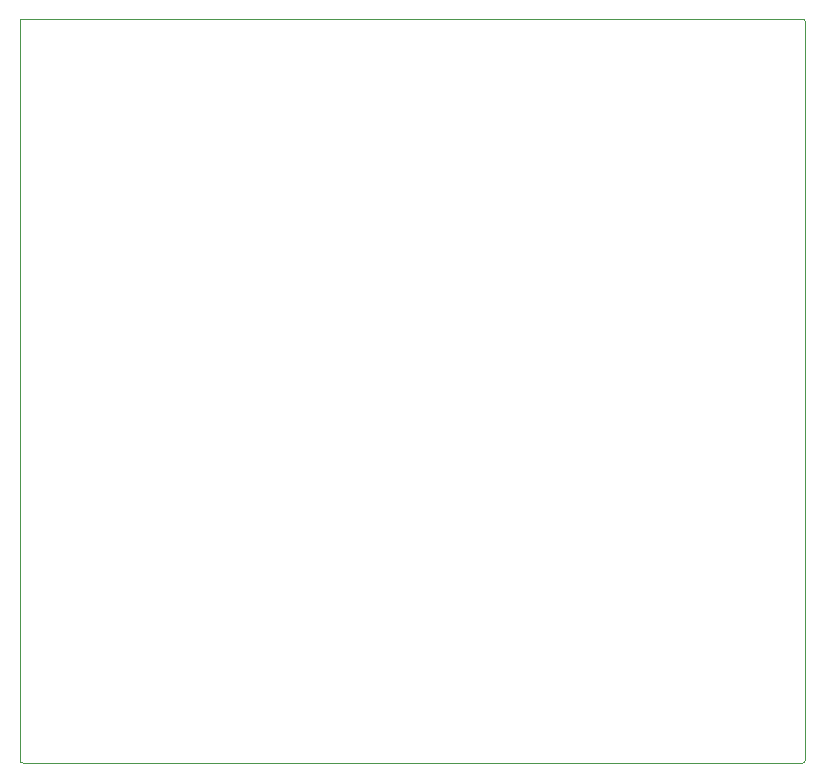
<source format=gbr>
G04 #@! TF.GenerationSoftware,KiCad,Pcbnew,(5.1.2)-2*
G04 #@! TF.CreationDate,2019-09-22T20:07:18+01:00*
G04 #@! TF.ProjectId,LEDPanelControllerV2,4c454450-616e-4656-9c43-6f6e74726f6c,rev?*
G04 #@! TF.SameCoordinates,Original*
G04 #@! TF.FileFunction,Profile,NP*
%FSLAX46Y46*%
G04 Gerber Fmt 4.6, Leading zero omitted, Abs format (unit mm)*
G04 Created by KiCad (PCBNEW (5.1.2)-2) date 2019-09-22 20:07:18*
%MOMM*%
%LPD*%
G04 APERTURE LIST*
%ADD10C,0.050000*%
G04 APERTURE END LIST*
D10*
X113400000Y-55750000D02*
G75*
G02X113650000Y-55500000I250000J0D01*
G01*
X113650000Y-118500000D02*
G75*
G02X113400000Y-118250000I0J250000D01*
G01*
X179900000Y-118250000D02*
G75*
G02X179650000Y-118500000I-250000J0D01*
G01*
X179650000Y-55500000D02*
G75*
G02X179900000Y-55750000I0J-250000D01*
G01*
X113650000Y-55500000D02*
X179650000Y-55500000D01*
X113400000Y-118250000D02*
X113400000Y-55750000D01*
X179650000Y-118500000D02*
X113650000Y-118500000D01*
X179900000Y-55750000D02*
X179900000Y-118250000D01*
M02*

</source>
